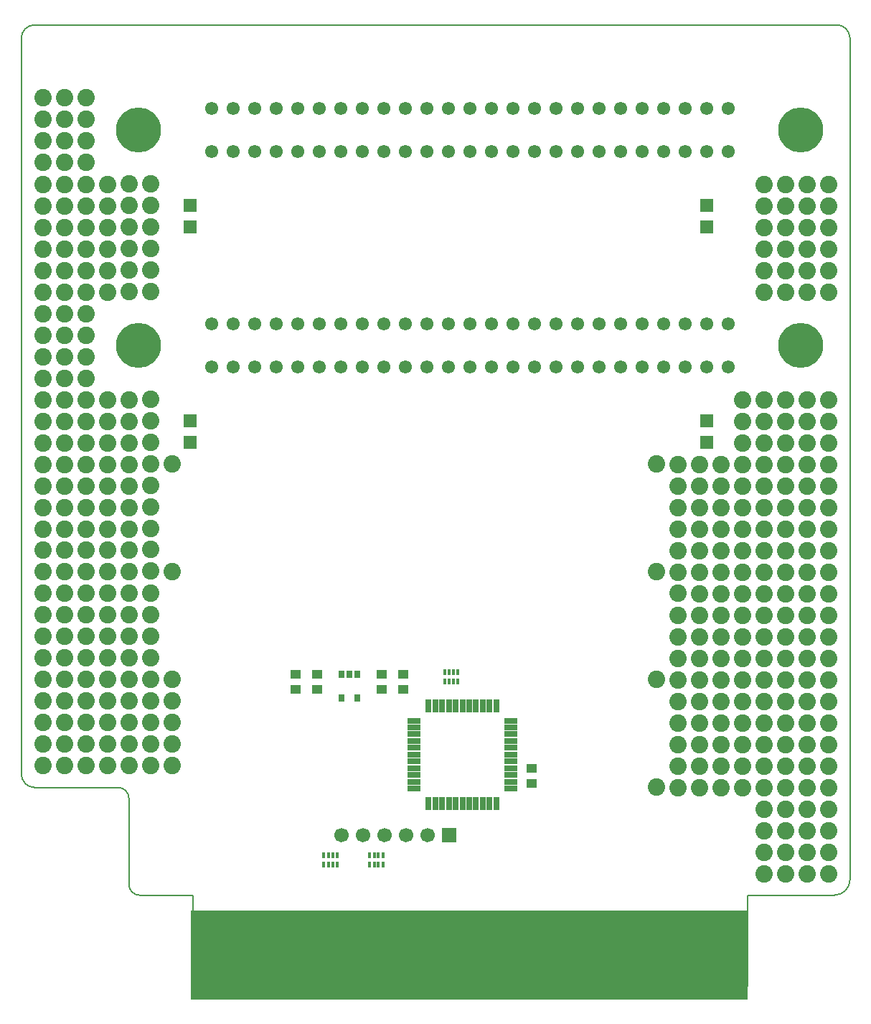
<source format=gbr>
G04 DesignSpark PCB PRO Gerber Version 10.0 Build 5299*
%FSLAX35Y35*%
%MOIN*%
%ADD119R,0.01381X0.02562*%
%ADD118R,0.01775X0.02562*%
%ADD117R,0.02562X0.03743*%
%ADD115R,0.02562X0.06007*%
%ADD114R,0.06007X0.02562*%
%ADD109R,0.06893X0.29728*%
%ADD108R,0.06893X0.35633*%
%ADD120R,0.06200X0.06200*%
%ADD110R,0.06696X0.06696*%
%ADD12C,0.00500*%
%ADD112C,0.06106*%
%ADD111C,0.06696*%
%ADD107C,0.08074*%
%ADD116R,0.04530X0.04140*%
%ADD24R,2.58583X0.41339*%
%ADD113C,0.20869*%
X0Y0D02*
D02*
D12*
X142450Y8169D02*
G75*
G02*
X137170Y13449I0J5280D01*
G01*
Y55807D01*
X112485D01*
G75*
G02*
X107485Y60807I0J5000D01*
G01*
Y100807D01*
G75*
G03*
X102485Y105807I-5000J0D01*
G01*
X63735D01*
G75*
G02*
X57485Y112057I0J6250D01*
G01*
Y453582D01*
G75*
G02*
X63735Y459832I6250J0D01*
G01*
X436235D01*
G75*
G02*
X442485Y453582I0J-6250D01*
G01*
Y63075D01*
G75*
G02*
X435217Y55807I-7268J0D01*
G01*
X394807D01*
Y13667D01*
G75*
G02*
X389310Y8169I-5497J0D01*
G01*
X142450D01*
D02*
D24*
X265548Y28005D03*
D02*
D107*
X67445Y426082D03*
X67485Y115996D03*
Y125996D03*
Y135996D03*
Y145996D03*
Y155996D03*
Y165996D03*
Y175996D03*
Y185996D03*
Y195996D03*
Y206088D03*
Y216072D03*
Y225807D03*
Y235807D03*
Y245807D03*
Y255807D03*
Y265807D03*
Y275807D03*
Y285807D03*
Y295807D03*
Y305807D03*
Y315807D03*
Y325807D03*
Y335807D03*
Y345807D03*
Y355807D03*
Y365807D03*
Y375807D03*
Y385807D03*
Y396009D03*
Y406009D03*
Y416009D03*
X77445Y325807D03*
Y385807D03*
X77485Y115996D03*
Y125996D03*
Y135996D03*
Y145996D03*
Y155996D03*
Y165996D03*
Y175996D03*
Y185996D03*
Y195996D03*
Y206088D03*
Y216072D03*
Y225807D03*
Y235807D03*
Y245807D03*
Y255807D03*
Y265807D03*
Y275807D03*
Y285807D03*
Y295807D03*
Y305807D03*
Y315807D03*
Y335807D03*
Y345807D03*
Y355807D03*
Y365807D03*
Y375807D03*
Y396009D03*
Y406009D03*
Y416009D03*
Y425962D03*
X87445Y185996D03*
Y225807D03*
Y325807D03*
Y365807D03*
Y385807D03*
X87485Y115996D03*
Y125996D03*
Y135996D03*
Y145996D03*
Y155996D03*
Y165996D03*
Y175996D03*
Y195996D03*
Y206088D03*
Y216072D03*
Y235807D03*
Y245807D03*
Y255807D03*
Y265807D03*
Y275807D03*
Y285807D03*
Y295807D03*
Y305807D03*
Y315807D03*
Y335807D03*
Y345807D03*
Y355807D03*
Y375807D03*
Y396009D03*
Y406009D03*
Y416009D03*
Y426082D03*
X97437Y116121D03*
Y126121D03*
Y136121D03*
Y146121D03*
Y156121D03*
Y166121D03*
Y176121D03*
Y186121D03*
Y196121D03*
X97445Y345807D03*
Y355807D03*
Y385807D03*
X97485Y206088D03*
Y216072D03*
Y225807D03*
Y235807D03*
Y245807D03*
Y255807D03*
Y265807D03*
Y275807D03*
Y285807D03*
Y335807D03*
Y365807D03*
Y375807D03*
X107437Y116121D03*
Y126121D03*
Y136121D03*
Y146121D03*
Y156121D03*
Y166121D03*
Y176121D03*
Y186121D03*
Y196121D03*
X107445Y245807D03*
Y275807D03*
X107469Y336008D03*
Y346008D03*
Y356008D03*
Y366008D03*
Y376008D03*
Y386008D03*
X107485Y206088D03*
Y216072D03*
Y225807D03*
Y235807D03*
Y255807D03*
Y265807D03*
Y285807D03*
X117437Y126121D03*
Y136121D03*
Y146121D03*
Y156121D03*
Y166121D03*
Y176121D03*
Y186121D03*
Y196121D03*
X117445Y116121D03*
X117453Y206338D03*
Y216322D03*
Y226057D03*
Y236057D03*
Y246057D03*
Y256057D03*
Y266057D03*
Y276057D03*
Y286057D03*
X117469Y336008D03*
Y346008D03*
Y356008D03*
Y366008D03*
Y376008D03*
Y386008D03*
X127445Y116082D03*
Y126121D03*
Y136082D03*
Y146082D03*
Y156082D03*
Y206082D03*
Y256082D03*
X352445Y106082D03*
Y156082D03*
Y206082D03*
Y256082D03*
X362445Y196082D03*
X362485Y105807D03*
Y115807D03*
Y125807D03*
Y135807D03*
Y145807D03*
Y155807D03*
Y165807D03*
Y175807D03*
Y185807D03*
Y205807D03*
Y215807D03*
Y225807D03*
Y235807D03*
Y245807D03*
Y255807D03*
X372485Y105807D03*
Y115807D03*
Y125807D03*
Y135807D03*
Y145807D03*
Y155807D03*
Y165807D03*
Y175807D03*
Y185807D03*
Y195807D03*
Y205807D03*
Y215807D03*
Y225807D03*
Y235807D03*
Y245807D03*
Y255807D03*
X382485Y105807D03*
Y115807D03*
Y125807D03*
Y135807D03*
Y145807D03*
Y155807D03*
Y165807D03*
Y175807D03*
Y185807D03*
Y195807D03*
Y205807D03*
Y215807D03*
Y225807D03*
Y235807D03*
Y245807D03*
Y255807D03*
X392485Y105807D03*
Y115807D03*
Y125807D03*
Y135807D03*
Y145807D03*
Y155807D03*
Y165807D03*
Y175807D03*
Y185807D03*
Y195807D03*
Y205807D03*
Y215807D03*
Y225807D03*
Y235807D03*
Y245807D03*
Y255807D03*
Y265807D03*
Y275807D03*
Y285807D03*
X402485Y65807D03*
Y75807D03*
Y85807D03*
Y95807D03*
Y105807D03*
Y115807D03*
Y125807D03*
Y135807D03*
Y145807D03*
Y155807D03*
Y165807D03*
Y175807D03*
Y185807D03*
Y195807D03*
Y205807D03*
Y215807D03*
Y225807D03*
Y235807D03*
Y245807D03*
Y255807D03*
Y265807D03*
Y275807D03*
Y285807D03*
Y335807D03*
Y345807D03*
Y355807D03*
Y365807D03*
Y375807D03*
Y385807D03*
X412485Y65807D03*
Y75807D03*
Y85807D03*
Y95807D03*
Y105807D03*
Y115807D03*
Y125807D03*
Y135807D03*
Y145807D03*
Y155807D03*
Y165807D03*
Y175807D03*
Y185807D03*
Y195807D03*
Y205807D03*
Y215807D03*
Y225807D03*
Y235807D03*
Y245807D03*
Y255807D03*
Y265807D03*
Y275807D03*
Y285807D03*
Y335807D03*
Y345807D03*
Y355807D03*
Y365807D03*
Y375807D03*
Y385807D03*
X422485Y65807D03*
Y75807D03*
Y85807D03*
Y95807D03*
Y105807D03*
Y115807D03*
Y125807D03*
Y135807D03*
Y145807D03*
Y155807D03*
Y165807D03*
Y175807D03*
Y185807D03*
Y195807D03*
Y205807D03*
Y215807D03*
Y225807D03*
Y235807D03*
Y245807D03*
Y255807D03*
Y265807D03*
Y275807D03*
Y285807D03*
Y335807D03*
Y345807D03*
Y355807D03*
Y365807D03*
Y375807D03*
Y385807D03*
X432485Y65807D03*
Y75807D03*
Y85807D03*
Y95807D03*
Y105807D03*
Y115807D03*
Y125807D03*
Y135807D03*
Y145807D03*
Y155807D03*
Y165807D03*
Y175807D03*
Y185807D03*
Y195807D03*
Y205807D03*
Y215807D03*
Y225807D03*
Y235807D03*
Y245807D03*
Y255807D03*
Y265807D03*
Y275807D03*
Y285807D03*
Y335807D03*
Y345807D03*
Y355807D03*
Y365807D03*
Y375807D03*
Y385807D03*
D02*
D108*
X145989Y30217D03*
X155989D03*
X165989D03*
X185989D03*
X195989D03*
X205989D03*
X215989D03*
X225989D03*
X235989D03*
X245989D03*
X255989D03*
X265989D03*
X275989D03*
X285989D03*
X295989D03*
X305989D03*
X315989D03*
X325989D03*
X335989D03*
X345989D03*
X355989D03*
X365989D03*
X375989D03*
X385989D03*
D02*
D109*
X175989Y33169D03*
D02*
D110*
X256124Y83834D03*
D02*
D111*
X206124D03*
X216124D03*
X226124D03*
X236124D03*
X246124D03*
D02*
D112*
X145772Y301082D03*
Y321082D03*
X145794Y401082D03*
Y421082D03*
X155772Y301082D03*
Y321082D03*
X155794Y401082D03*
Y421082D03*
X165772Y301082D03*
Y321082D03*
X165794Y401082D03*
Y421082D03*
X175772Y301082D03*
Y321082D03*
X175794Y401082D03*
Y421082D03*
X185772Y301082D03*
Y321082D03*
X185794Y401082D03*
Y421082D03*
X195772Y301082D03*
Y321082D03*
X195794Y401082D03*
Y421082D03*
X205772Y301082D03*
Y321082D03*
X205794Y401082D03*
Y421082D03*
X215772Y301082D03*
Y321082D03*
X215794Y401082D03*
Y421082D03*
X225772Y301082D03*
Y321082D03*
X225794Y401082D03*
Y421082D03*
X235772Y301082D03*
Y321082D03*
X235794Y401082D03*
Y421082D03*
X245772Y301082D03*
Y321082D03*
X245794Y401082D03*
Y421082D03*
X255772Y301082D03*
Y321082D03*
X255794Y401082D03*
Y421082D03*
X265772Y301082D03*
Y321082D03*
X265794Y401082D03*
Y421082D03*
X275772Y301082D03*
Y321082D03*
X275794Y401082D03*
Y421082D03*
X285772Y301082D03*
Y321082D03*
X285794Y401082D03*
Y421082D03*
X295772Y301082D03*
Y321082D03*
X295794Y401082D03*
Y421082D03*
X305772Y301082D03*
Y321082D03*
X305794Y401082D03*
Y421082D03*
X315772Y301082D03*
Y321082D03*
X315794Y401082D03*
Y421082D03*
X325772Y301082D03*
Y321082D03*
X325794Y401082D03*
Y421082D03*
X335772Y301082D03*
Y321082D03*
X335794Y401082D03*
Y421082D03*
X345772Y301082D03*
Y321082D03*
X345794Y401082D03*
Y421082D03*
X355772Y301082D03*
Y321082D03*
X355794Y401082D03*
Y421082D03*
X365772Y301082D03*
Y321082D03*
X365794Y401082D03*
Y421082D03*
X375772Y301082D03*
Y321082D03*
X375794Y401082D03*
Y421082D03*
X385772Y301082D03*
Y321082D03*
X385794Y401082D03*
Y421082D03*
D02*
D113*
X112012Y311082D03*
X112035Y411082D03*
X419532Y311082D03*
X419554Y411082D03*
D02*
D114*
X239855Y105334D03*
Y108483D03*
Y111633D03*
Y114783D03*
Y117932D03*
Y121082D03*
Y124231D03*
Y127381D03*
Y130531D03*
Y133680D03*
Y136830D03*
X285036Y105334D03*
Y108483D03*
Y111633D03*
Y114783D03*
Y117932D03*
Y121082D03*
Y124231D03*
Y127381D03*
Y130531D03*
Y133680D03*
Y136830D03*
D02*
D115*
X246697Y98491D03*
Y143672D03*
X249847Y98491D03*
Y143672D03*
X252996Y98491D03*
Y143672D03*
X256146Y98491D03*
Y143672D03*
X259296Y98491D03*
Y143672D03*
X262445Y98491D03*
Y143672D03*
X265595Y98491D03*
Y143672D03*
X268744Y98491D03*
Y143672D03*
X271894Y98491D03*
Y143672D03*
X275044Y98491D03*
Y143672D03*
X278193Y98491D03*
Y143672D03*
D02*
D116*
X184945Y151332D03*
Y158332D03*
X194945Y151332D03*
Y158332D03*
X224945Y151332D03*
Y158332D03*
X234945Y151332D03*
Y158332D03*
X294627Y107582D03*
Y114582D03*
D02*
D117*
X206207Y147463D03*
Y158487D03*
X209947D03*
X213687Y147463D03*
Y158487D03*
D02*
D118*
X198046Y70167D03*
Y74497D03*
X204345Y70167D03*
Y74497D03*
X219278Y70167D03*
Y74497D03*
X225577Y70167D03*
Y74497D03*
X254098Y155167D03*
Y159497D03*
X260397Y155167D03*
Y159497D03*
D02*
D119*
X200211Y70167D03*
Y74497D03*
X202180Y70167D03*
Y74497D03*
X221443Y70167D03*
Y74497D03*
X223411Y70167D03*
Y74497D03*
X256263Y155167D03*
Y159497D03*
X258231Y155167D03*
Y159497D03*
D02*
D120*
X135772Y265906D03*
Y275906D03*
Y366123D03*
Y376123D03*
X375772Y266031D03*
Y276031D03*
Y366123D03*
Y376123D03*
X0Y0D02*
M02*

</source>
